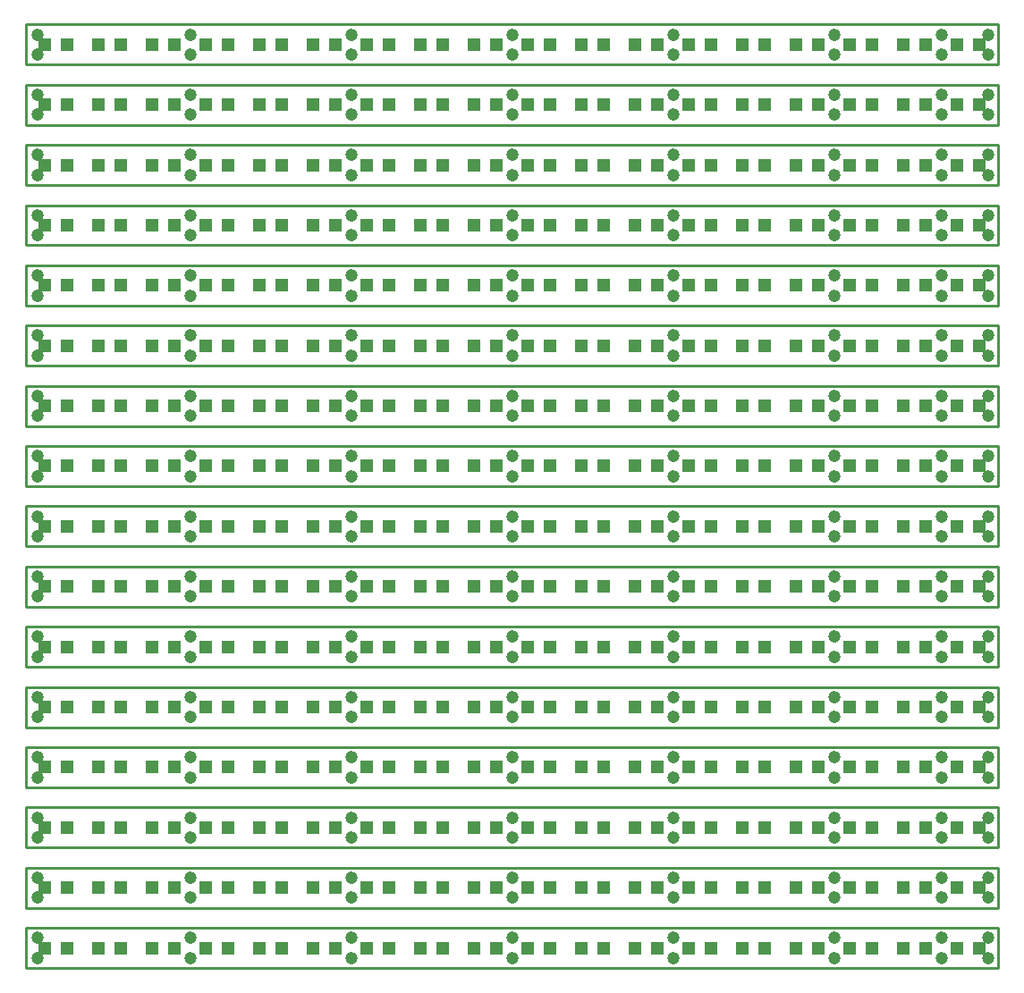
<source format=gts>
G75*
G70*
%OFA0B0*%
%FSLAX25Y25*%
%IPPOS*%
%LPD*%
%AMOC8*
5,1,8,0,0,1.08239X$1,22.5*
%
%ADD11C,0.01000*%
%ADD12C,0.04700*%
%ADD19R,0.05120X0.05120*%
X0010000Y0010000D02*
G75*
%LPD*%
D11*
X0010000Y0010000D02*
X0010000Y0024960D01*
X0372500Y0024960D01*
X0372500Y0010000D01*
X0010000Y0010000D01*
D19*
X0017120Y0017500D03*
X0025380Y0017500D03*
X0037120Y0017500D03*
X0045380Y0017500D03*
X0057120Y0017500D03*
X0065380Y0017500D03*
X0077120Y0017500D03*
X0085380Y0017500D03*
X0097120Y0017500D03*
X0105380Y0017500D03*
X0117120Y0017500D03*
X0125380Y0017500D03*
X0137120Y0017500D03*
X0145380Y0017500D03*
X0157120Y0017500D03*
X0165380Y0017500D03*
X0177120Y0017500D03*
X0185380Y0017500D03*
X0197120Y0017500D03*
X0205380Y0017500D03*
X0217120Y0017500D03*
X0225380Y0017500D03*
X0237120Y0017500D03*
X0245380Y0017500D03*
X0257120Y0017500D03*
X0265380Y0017500D03*
X0277120Y0017500D03*
X0285380Y0017500D03*
X0297120Y0017500D03*
X0305380Y0017500D03*
X0317120Y0017500D03*
X0325380Y0017500D03*
X0337120Y0017500D03*
X0345380Y0017500D03*
X0357120Y0017500D03*
X0365380Y0017500D03*
D12*
X0368750Y0013750D03*
X0351250Y0013750D03*
X0311250Y0013750D03*
X0251250Y0013750D03*
X0191250Y0013750D03*
X0131250Y0013750D03*
X0071250Y0013750D03*
X0014380Y0013750D03*
X0014380Y0021250D03*
X0071250Y0021250D03*
X0131250Y0021250D03*
X0191250Y0021250D03*
X0251250Y0021250D03*
X0311250Y0021250D03*
X0351250Y0021250D03*
X0368750Y0021250D03*
X0010000Y0032460D02*
G75*
%LPD*%
D11*
X0010000Y0032460D02*
X0010000Y0047420D01*
X0372500Y0047420D01*
X0372500Y0032460D01*
X0010000Y0032460D01*
D19*
X0017120Y0039960D03*
X0025380Y0039960D03*
X0037120Y0039960D03*
X0045380Y0039960D03*
X0057120Y0039960D03*
X0065380Y0039960D03*
X0077120Y0039960D03*
X0085380Y0039960D03*
X0097120Y0039960D03*
X0105380Y0039960D03*
X0117120Y0039960D03*
X0125380Y0039960D03*
X0137120Y0039960D03*
X0145380Y0039960D03*
X0157120Y0039960D03*
X0165380Y0039960D03*
X0177120Y0039960D03*
X0185380Y0039960D03*
X0197120Y0039960D03*
X0205380Y0039960D03*
X0217120Y0039960D03*
X0225380Y0039960D03*
X0237120Y0039960D03*
X0245380Y0039960D03*
X0257120Y0039960D03*
X0265380Y0039960D03*
X0277120Y0039960D03*
X0285380Y0039960D03*
X0297120Y0039960D03*
X0305380Y0039960D03*
X0317120Y0039960D03*
X0325380Y0039960D03*
X0337120Y0039960D03*
X0345380Y0039960D03*
X0357120Y0039960D03*
X0365380Y0039960D03*
D12*
X0368750Y0036210D03*
X0351250Y0036210D03*
X0311250Y0036210D03*
X0251250Y0036210D03*
X0191250Y0036210D03*
X0131250Y0036210D03*
X0071250Y0036210D03*
X0014380Y0036210D03*
X0014380Y0043710D03*
X0071250Y0043710D03*
X0131250Y0043710D03*
X0191250Y0043710D03*
X0251250Y0043710D03*
X0311250Y0043710D03*
X0351250Y0043710D03*
X0368750Y0043710D03*
X0010000Y0054920D02*
G75*
%LPD*%
D11*
X0010000Y0054920D02*
X0010000Y0069880D01*
X0372500Y0069880D01*
X0372500Y0054920D01*
X0010000Y0054920D01*
D19*
X0017120Y0062420D03*
X0025380Y0062420D03*
X0037120Y0062420D03*
X0045380Y0062420D03*
X0057120Y0062420D03*
X0065380Y0062420D03*
X0077120Y0062420D03*
X0085380Y0062420D03*
X0097120Y0062420D03*
X0105380Y0062420D03*
X0117120Y0062420D03*
X0125380Y0062420D03*
X0137120Y0062420D03*
X0145380Y0062420D03*
X0157120Y0062420D03*
X0165380Y0062420D03*
X0177120Y0062420D03*
X0185380Y0062420D03*
X0197120Y0062420D03*
X0205380Y0062420D03*
X0217120Y0062420D03*
X0225380Y0062420D03*
X0237120Y0062420D03*
X0245380Y0062420D03*
X0257120Y0062420D03*
X0265380Y0062420D03*
X0277120Y0062420D03*
X0285380Y0062420D03*
X0297120Y0062420D03*
X0305380Y0062420D03*
X0317120Y0062420D03*
X0325380Y0062420D03*
X0337120Y0062420D03*
X0345380Y0062420D03*
X0357120Y0062420D03*
X0365380Y0062420D03*
D12*
X0368750Y0058670D03*
X0351250Y0058670D03*
X0311250Y0058670D03*
X0251250Y0058670D03*
X0191250Y0058670D03*
X0131250Y0058670D03*
X0071250Y0058670D03*
X0014380Y0058670D03*
X0014380Y0066170D03*
X0071250Y0066170D03*
X0131250Y0066170D03*
X0191250Y0066170D03*
X0251250Y0066170D03*
X0311250Y0066170D03*
X0351250Y0066170D03*
X0368750Y0066170D03*
X0010000Y0077380D02*
G75*
%LPD*%
D11*
X0010000Y0077380D02*
X0010000Y0092340D01*
X0372500Y0092340D01*
X0372500Y0077380D01*
X0010000Y0077380D01*
D19*
X0017120Y0084880D03*
X0025380Y0084880D03*
X0037120Y0084880D03*
X0045380Y0084880D03*
X0057120Y0084880D03*
X0065380Y0084880D03*
X0077120Y0084880D03*
X0085380Y0084880D03*
X0097120Y0084880D03*
X0105380Y0084880D03*
X0117120Y0084880D03*
X0125380Y0084880D03*
X0137120Y0084880D03*
X0145380Y0084880D03*
X0157120Y0084880D03*
X0165380Y0084880D03*
X0177120Y0084880D03*
X0185380Y0084880D03*
X0197120Y0084880D03*
X0205380Y0084880D03*
X0217120Y0084880D03*
X0225380Y0084880D03*
X0237120Y0084880D03*
X0245380Y0084880D03*
X0257120Y0084880D03*
X0265380Y0084880D03*
X0277120Y0084880D03*
X0285380Y0084880D03*
X0297120Y0084880D03*
X0305380Y0084880D03*
X0317120Y0084880D03*
X0325380Y0084880D03*
X0337120Y0084880D03*
X0345380Y0084880D03*
X0357120Y0084880D03*
X0365380Y0084880D03*
D12*
X0368750Y0081130D03*
X0351250Y0081130D03*
X0311250Y0081130D03*
X0251250Y0081130D03*
X0191250Y0081130D03*
X0131250Y0081130D03*
X0071250Y0081130D03*
X0014380Y0081130D03*
X0014380Y0088630D03*
X0071250Y0088630D03*
X0131250Y0088630D03*
X0191250Y0088630D03*
X0251250Y0088630D03*
X0311250Y0088630D03*
X0351250Y0088630D03*
X0368750Y0088630D03*
X0010000Y0099840D02*
G75*
%LPD*%
D11*
X0010000Y0099840D02*
X0010000Y0114800D01*
X0372500Y0114800D01*
X0372500Y0099840D01*
X0010000Y0099840D01*
D19*
X0017120Y0107340D03*
X0025380Y0107340D03*
X0037120Y0107340D03*
X0045380Y0107340D03*
X0057120Y0107340D03*
X0065380Y0107340D03*
X0077120Y0107340D03*
X0085380Y0107340D03*
X0097120Y0107340D03*
X0105380Y0107340D03*
X0117120Y0107340D03*
X0125380Y0107340D03*
X0137120Y0107340D03*
X0145380Y0107340D03*
X0157120Y0107340D03*
X0165380Y0107340D03*
X0177120Y0107340D03*
X0185380Y0107340D03*
X0197120Y0107340D03*
X0205380Y0107340D03*
X0217120Y0107340D03*
X0225380Y0107340D03*
X0237120Y0107340D03*
X0245380Y0107340D03*
X0257120Y0107340D03*
X0265380Y0107340D03*
X0277120Y0107340D03*
X0285380Y0107340D03*
X0297120Y0107340D03*
X0305380Y0107340D03*
X0317120Y0107340D03*
X0325380Y0107340D03*
X0337120Y0107340D03*
X0345380Y0107340D03*
X0357120Y0107340D03*
X0365380Y0107340D03*
D12*
X0368750Y0103590D03*
X0351250Y0103590D03*
X0311250Y0103590D03*
X0251250Y0103590D03*
X0191250Y0103590D03*
X0131250Y0103590D03*
X0071250Y0103590D03*
X0014380Y0103590D03*
X0014380Y0111090D03*
X0071250Y0111090D03*
X0131250Y0111090D03*
X0191250Y0111090D03*
X0251250Y0111090D03*
X0311250Y0111090D03*
X0351250Y0111090D03*
X0368750Y0111090D03*
X0010000Y0122300D02*
G75*
%LPD*%
D11*
X0010000Y0122300D02*
X0010000Y0137260D01*
X0372500Y0137260D01*
X0372500Y0122300D01*
X0010000Y0122300D01*
D19*
X0017120Y0129800D03*
X0025380Y0129800D03*
X0037120Y0129800D03*
X0045380Y0129800D03*
X0057120Y0129800D03*
X0065380Y0129800D03*
X0077120Y0129800D03*
X0085380Y0129800D03*
X0097120Y0129800D03*
X0105380Y0129800D03*
X0117120Y0129800D03*
X0125380Y0129800D03*
X0137120Y0129800D03*
X0145380Y0129800D03*
X0157120Y0129800D03*
X0165380Y0129800D03*
X0177120Y0129800D03*
X0185380Y0129800D03*
X0197120Y0129800D03*
X0205380Y0129800D03*
X0217120Y0129800D03*
X0225380Y0129800D03*
X0237120Y0129800D03*
X0245380Y0129800D03*
X0257120Y0129800D03*
X0265380Y0129800D03*
X0277120Y0129800D03*
X0285380Y0129800D03*
X0297120Y0129800D03*
X0305380Y0129800D03*
X0317120Y0129800D03*
X0325380Y0129800D03*
X0337120Y0129800D03*
X0345380Y0129800D03*
X0357120Y0129800D03*
X0365380Y0129800D03*
D12*
X0368750Y0126050D03*
X0351250Y0126050D03*
X0311250Y0126050D03*
X0251250Y0126050D03*
X0191250Y0126050D03*
X0131250Y0126050D03*
X0071250Y0126050D03*
X0014380Y0126050D03*
X0014380Y0133550D03*
X0071250Y0133550D03*
X0131250Y0133550D03*
X0191250Y0133550D03*
X0251250Y0133550D03*
X0311250Y0133550D03*
X0351250Y0133550D03*
X0368750Y0133550D03*
X0010000Y0144760D02*
G75*
%LPD*%
D11*
X0010000Y0144760D02*
X0010000Y0159720D01*
X0372500Y0159720D01*
X0372500Y0144760D01*
X0010000Y0144760D01*
D19*
X0017120Y0152260D03*
X0025380Y0152260D03*
X0037120Y0152260D03*
X0045380Y0152260D03*
X0057120Y0152260D03*
X0065380Y0152260D03*
X0077120Y0152260D03*
X0085380Y0152260D03*
X0097120Y0152260D03*
X0105380Y0152260D03*
X0117120Y0152260D03*
X0125380Y0152260D03*
X0137120Y0152260D03*
X0145380Y0152260D03*
X0157120Y0152260D03*
X0165380Y0152260D03*
X0177120Y0152260D03*
X0185380Y0152260D03*
X0197120Y0152260D03*
X0205380Y0152260D03*
X0217120Y0152260D03*
X0225380Y0152260D03*
X0237120Y0152260D03*
X0245380Y0152260D03*
X0257120Y0152260D03*
X0265380Y0152260D03*
X0277120Y0152260D03*
X0285380Y0152260D03*
X0297120Y0152260D03*
X0305380Y0152260D03*
X0317120Y0152260D03*
X0325380Y0152260D03*
X0337120Y0152260D03*
X0345380Y0152260D03*
X0357120Y0152260D03*
X0365380Y0152260D03*
D12*
X0368750Y0148510D03*
X0351250Y0148510D03*
X0311250Y0148510D03*
X0251250Y0148510D03*
X0191250Y0148510D03*
X0131250Y0148510D03*
X0071250Y0148510D03*
X0014380Y0148510D03*
X0014380Y0156010D03*
X0071250Y0156010D03*
X0131250Y0156010D03*
X0191250Y0156010D03*
X0251250Y0156010D03*
X0311250Y0156010D03*
X0351250Y0156010D03*
X0368750Y0156010D03*
X0010000Y0167220D02*
G75*
%LPD*%
D11*
X0010000Y0167220D02*
X0010000Y0182180D01*
X0372500Y0182180D01*
X0372500Y0167220D01*
X0010000Y0167220D01*
D19*
X0017120Y0174720D03*
X0025380Y0174720D03*
X0037120Y0174720D03*
X0045380Y0174720D03*
X0057120Y0174720D03*
X0065380Y0174720D03*
X0077120Y0174720D03*
X0085380Y0174720D03*
X0097120Y0174720D03*
X0105380Y0174720D03*
X0117120Y0174720D03*
X0125380Y0174720D03*
X0137120Y0174720D03*
X0145380Y0174720D03*
X0157120Y0174720D03*
X0165380Y0174720D03*
X0177120Y0174720D03*
X0185380Y0174720D03*
X0197120Y0174720D03*
X0205380Y0174720D03*
X0217120Y0174720D03*
X0225380Y0174720D03*
X0237120Y0174720D03*
X0245380Y0174720D03*
X0257120Y0174720D03*
X0265380Y0174720D03*
X0277120Y0174720D03*
X0285380Y0174720D03*
X0297120Y0174720D03*
X0305380Y0174720D03*
X0317120Y0174720D03*
X0325380Y0174720D03*
X0337120Y0174720D03*
X0345380Y0174720D03*
X0357120Y0174720D03*
X0365380Y0174720D03*
D12*
X0368750Y0170970D03*
X0351250Y0170970D03*
X0311250Y0170970D03*
X0251250Y0170970D03*
X0191250Y0170970D03*
X0131250Y0170970D03*
X0071250Y0170970D03*
X0014380Y0170970D03*
X0014380Y0178470D03*
X0071250Y0178470D03*
X0131250Y0178470D03*
X0191250Y0178470D03*
X0251250Y0178470D03*
X0311250Y0178470D03*
X0351250Y0178470D03*
X0368750Y0178470D03*
X0010000Y0189680D02*
G75*
%LPD*%
D11*
X0010000Y0189680D02*
X0010000Y0204640D01*
X0372500Y0204640D01*
X0372500Y0189680D01*
X0010000Y0189680D01*
D19*
X0017120Y0197180D03*
X0025380Y0197180D03*
X0037120Y0197180D03*
X0045380Y0197180D03*
X0057120Y0197180D03*
X0065380Y0197180D03*
X0077120Y0197180D03*
X0085380Y0197180D03*
X0097120Y0197180D03*
X0105380Y0197180D03*
X0117120Y0197180D03*
X0125380Y0197180D03*
X0137120Y0197180D03*
X0145380Y0197180D03*
X0157120Y0197180D03*
X0165380Y0197180D03*
X0177120Y0197180D03*
X0185380Y0197180D03*
X0197120Y0197180D03*
X0205380Y0197180D03*
X0217120Y0197180D03*
X0225380Y0197180D03*
X0237120Y0197180D03*
X0245380Y0197180D03*
X0257120Y0197180D03*
X0265380Y0197180D03*
X0277120Y0197180D03*
X0285380Y0197180D03*
X0297120Y0197180D03*
X0305380Y0197180D03*
X0317120Y0197180D03*
X0325380Y0197180D03*
X0337120Y0197180D03*
X0345380Y0197180D03*
X0357120Y0197180D03*
X0365380Y0197180D03*
D12*
X0368750Y0193430D03*
X0351250Y0193430D03*
X0311250Y0193430D03*
X0251250Y0193430D03*
X0191250Y0193430D03*
X0131250Y0193430D03*
X0071250Y0193430D03*
X0014380Y0193430D03*
X0014380Y0200930D03*
X0071250Y0200930D03*
X0131250Y0200930D03*
X0191250Y0200930D03*
X0251250Y0200930D03*
X0311250Y0200930D03*
X0351250Y0200930D03*
X0368750Y0200930D03*
X0010000Y0212140D02*
G75*
%LPD*%
D11*
X0010000Y0212140D02*
X0010000Y0227100D01*
X0372500Y0227100D01*
X0372500Y0212140D01*
X0010000Y0212140D01*
D19*
X0017120Y0219640D03*
X0025380Y0219640D03*
X0037120Y0219640D03*
X0045380Y0219640D03*
X0057120Y0219640D03*
X0065380Y0219640D03*
X0077120Y0219640D03*
X0085380Y0219640D03*
X0097120Y0219640D03*
X0105380Y0219640D03*
X0117120Y0219640D03*
X0125380Y0219640D03*
X0137120Y0219640D03*
X0145380Y0219640D03*
X0157120Y0219640D03*
X0165380Y0219640D03*
X0177120Y0219640D03*
X0185380Y0219640D03*
X0197120Y0219640D03*
X0205380Y0219640D03*
X0217120Y0219640D03*
X0225380Y0219640D03*
X0237120Y0219640D03*
X0245380Y0219640D03*
X0257120Y0219640D03*
X0265380Y0219640D03*
X0277120Y0219640D03*
X0285380Y0219640D03*
X0297120Y0219640D03*
X0305380Y0219640D03*
X0317120Y0219640D03*
X0325380Y0219640D03*
X0337120Y0219640D03*
X0345380Y0219640D03*
X0357120Y0219640D03*
X0365380Y0219640D03*
D12*
X0368750Y0215890D03*
X0351250Y0215890D03*
X0311250Y0215890D03*
X0251250Y0215890D03*
X0191250Y0215890D03*
X0131250Y0215890D03*
X0071250Y0215890D03*
X0014380Y0215890D03*
X0014380Y0223390D03*
X0071250Y0223390D03*
X0131250Y0223390D03*
X0191250Y0223390D03*
X0251250Y0223390D03*
X0311250Y0223390D03*
X0351250Y0223390D03*
X0368750Y0223390D03*
X0010000Y0234600D02*
G75*
%LPD*%
D11*
X0010000Y0234600D02*
X0010000Y0249560D01*
X0372500Y0249560D01*
X0372500Y0234600D01*
X0010000Y0234600D01*
D19*
X0017120Y0242100D03*
X0025380Y0242100D03*
X0037120Y0242100D03*
X0045380Y0242100D03*
X0057120Y0242100D03*
X0065380Y0242100D03*
X0077120Y0242100D03*
X0085380Y0242100D03*
X0097120Y0242100D03*
X0105380Y0242100D03*
X0117120Y0242100D03*
X0125380Y0242100D03*
X0137120Y0242100D03*
X0145380Y0242100D03*
X0157120Y0242100D03*
X0165380Y0242100D03*
X0177120Y0242100D03*
X0185380Y0242100D03*
X0197120Y0242100D03*
X0205380Y0242100D03*
X0217120Y0242100D03*
X0225380Y0242100D03*
X0237120Y0242100D03*
X0245380Y0242100D03*
X0257120Y0242100D03*
X0265380Y0242100D03*
X0277120Y0242100D03*
X0285380Y0242100D03*
X0297120Y0242100D03*
X0305380Y0242100D03*
X0317120Y0242100D03*
X0325380Y0242100D03*
X0337120Y0242100D03*
X0345380Y0242100D03*
X0357120Y0242100D03*
X0365380Y0242100D03*
D12*
X0368750Y0238350D03*
X0351250Y0238350D03*
X0311250Y0238350D03*
X0251250Y0238350D03*
X0191250Y0238350D03*
X0131250Y0238350D03*
X0071250Y0238350D03*
X0014380Y0238350D03*
X0014380Y0245850D03*
X0071250Y0245850D03*
X0131250Y0245850D03*
X0191250Y0245850D03*
X0251250Y0245850D03*
X0311250Y0245850D03*
X0351250Y0245850D03*
X0368750Y0245850D03*
X0010000Y0257060D02*
G75*
%LPD*%
D11*
X0010000Y0257060D02*
X0010000Y0272020D01*
X0372500Y0272020D01*
X0372500Y0257060D01*
X0010000Y0257060D01*
D19*
X0017120Y0264560D03*
X0025380Y0264560D03*
X0037120Y0264560D03*
X0045380Y0264560D03*
X0057120Y0264560D03*
X0065380Y0264560D03*
X0077120Y0264560D03*
X0085380Y0264560D03*
X0097120Y0264560D03*
X0105380Y0264560D03*
X0117120Y0264560D03*
X0125380Y0264560D03*
X0137120Y0264560D03*
X0145380Y0264560D03*
X0157120Y0264560D03*
X0165380Y0264560D03*
X0177120Y0264560D03*
X0185380Y0264560D03*
X0197120Y0264560D03*
X0205380Y0264560D03*
X0217120Y0264560D03*
X0225380Y0264560D03*
X0237120Y0264560D03*
X0245380Y0264560D03*
X0257120Y0264560D03*
X0265380Y0264560D03*
X0277120Y0264560D03*
X0285380Y0264560D03*
X0297120Y0264560D03*
X0305380Y0264560D03*
X0317120Y0264560D03*
X0325380Y0264560D03*
X0337120Y0264560D03*
X0345380Y0264560D03*
X0357120Y0264560D03*
X0365380Y0264560D03*
D12*
X0368750Y0260810D03*
X0351250Y0260810D03*
X0311250Y0260810D03*
X0251250Y0260810D03*
X0191250Y0260810D03*
X0131250Y0260810D03*
X0071250Y0260810D03*
X0014380Y0260810D03*
X0014380Y0268310D03*
X0071250Y0268310D03*
X0131250Y0268310D03*
X0191250Y0268310D03*
X0251250Y0268310D03*
X0311250Y0268310D03*
X0351250Y0268310D03*
X0368750Y0268310D03*
X0010000Y0279520D02*
G75*
%LPD*%
D11*
X0010000Y0279520D02*
X0010000Y0294480D01*
X0372500Y0294480D01*
X0372500Y0279520D01*
X0010000Y0279520D01*
D19*
X0017120Y0287020D03*
X0025380Y0287020D03*
X0037120Y0287020D03*
X0045380Y0287020D03*
X0057120Y0287020D03*
X0065380Y0287020D03*
X0077120Y0287020D03*
X0085380Y0287020D03*
X0097120Y0287020D03*
X0105380Y0287020D03*
X0117120Y0287020D03*
X0125380Y0287020D03*
X0137120Y0287020D03*
X0145380Y0287020D03*
X0157120Y0287020D03*
X0165380Y0287020D03*
X0177120Y0287020D03*
X0185380Y0287020D03*
X0197120Y0287020D03*
X0205380Y0287020D03*
X0217120Y0287020D03*
X0225380Y0287020D03*
X0237120Y0287020D03*
X0245380Y0287020D03*
X0257120Y0287020D03*
X0265380Y0287020D03*
X0277120Y0287020D03*
X0285380Y0287020D03*
X0297120Y0287020D03*
X0305380Y0287020D03*
X0317120Y0287020D03*
X0325380Y0287020D03*
X0337120Y0287020D03*
X0345380Y0287020D03*
X0357120Y0287020D03*
X0365380Y0287020D03*
D12*
X0368750Y0283270D03*
X0351250Y0283270D03*
X0311250Y0283270D03*
X0251250Y0283270D03*
X0191250Y0283270D03*
X0131250Y0283270D03*
X0071250Y0283270D03*
X0014380Y0283270D03*
X0014380Y0290770D03*
X0071250Y0290770D03*
X0131250Y0290770D03*
X0191250Y0290770D03*
X0251250Y0290770D03*
X0311250Y0290770D03*
X0351250Y0290770D03*
X0368750Y0290770D03*
X0010000Y0301980D02*
G75*
%LPD*%
D11*
X0010000Y0301980D02*
X0010000Y0316940D01*
X0372500Y0316940D01*
X0372500Y0301980D01*
X0010000Y0301980D01*
D19*
X0017120Y0309480D03*
X0025380Y0309480D03*
X0037120Y0309480D03*
X0045380Y0309480D03*
X0057120Y0309480D03*
X0065380Y0309480D03*
X0077120Y0309480D03*
X0085380Y0309480D03*
X0097120Y0309480D03*
X0105380Y0309480D03*
X0117120Y0309480D03*
X0125380Y0309480D03*
X0137120Y0309480D03*
X0145380Y0309480D03*
X0157120Y0309480D03*
X0165380Y0309480D03*
X0177120Y0309480D03*
X0185380Y0309480D03*
X0197120Y0309480D03*
X0205380Y0309480D03*
X0217120Y0309480D03*
X0225380Y0309480D03*
X0237120Y0309480D03*
X0245380Y0309480D03*
X0257120Y0309480D03*
X0265380Y0309480D03*
X0277120Y0309480D03*
X0285380Y0309480D03*
X0297120Y0309480D03*
X0305380Y0309480D03*
X0317120Y0309480D03*
X0325380Y0309480D03*
X0337120Y0309480D03*
X0345380Y0309480D03*
X0357120Y0309480D03*
X0365380Y0309480D03*
D12*
X0368750Y0305730D03*
X0351250Y0305730D03*
X0311250Y0305730D03*
X0251250Y0305730D03*
X0191250Y0305730D03*
X0131250Y0305730D03*
X0071250Y0305730D03*
X0014380Y0305730D03*
X0014380Y0313230D03*
X0071250Y0313230D03*
X0131250Y0313230D03*
X0191250Y0313230D03*
X0251250Y0313230D03*
X0311250Y0313230D03*
X0351250Y0313230D03*
X0368750Y0313230D03*
X0010000Y0324440D02*
G75*
%LPD*%
D11*
X0010000Y0324440D02*
X0010000Y0339400D01*
X0372500Y0339400D01*
X0372500Y0324440D01*
X0010000Y0324440D01*
D19*
X0017120Y0331940D03*
X0025380Y0331940D03*
X0037120Y0331940D03*
X0045380Y0331940D03*
X0057120Y0331940D03*
X0065380Y0331940D03*
X0077120Y0331940D03*
X0085380Y0331940D03*
X0097120Y0331940D03*
X0105380Y0331940D03*
X0117120Y0331940D03*
X0125380Y0331940D03*
X0137120Y0331940D03*
X0145380Y0331940D03*
X0157120Y0331940D03*
X0165380Y0331940D03*
X0177120Y0331940D03*
X0185380Y0331940D03*
X0197120Y0331940D03*
X0205380Y0331940D03*
X0217120Y0331940D03*
X0225380Y0331940D03*
X0237120Y0331940D03*
X0245380Y0331940D03*
X0257120Y0331940D03*
X0265380Y0331940D03*
X0277120Y0331940D03*
X0285380Y0331940D03*
X0297120Y0331940D03*
X0305380Y0331940D03*
X0317120Y0331940D03*
X0325380Y0331940D03*
X0337120Y0331940D03*
X0345380Y0331940D03*
X0357120Y0331940D03*
X0365380Y0331940D03*
D12*
X0368750Y0328190D03*
X0351250Y0328190D03*
X0311250Y0328190D03*
X0251250Y0328190D03*
X0191250Y0328190D03*
X0131250Y0328190D03*
X0071250Y0328190D03*
X0014380Y0328190D03*
X0014380Y0335690D03*
X0071250Y0335690D03*
X0131250Y0335690D03*
X0191250Y0335690D03*
X0251250Y0335690D03*
X0311250Y0335690D03*
X0351250Y0335690D03*
X0368750Y0335690D03*
X0010000Y0346900D02*
G75*
%LPD*%
D11*
X0010000Y0346900D02*
X0010000Y0361860D01*
X0372500Y0361860D01*
X0372500Y0346900D01*
X0010000Y0346900D01*
D19*
X0017120Y0354400D03*
X0025380Y0354400D03*
X0037120Y0354400D03*
X0045380Y0354400D03*
X0057120Y0354400D03*
X0065380Y0354400D03*
X0077120Y0354400D03*
X0085380Y0354400D03*
X0097120Y0354400D03*
X0105380Y0354400D03*
X0117120Y0354400D03*
X0125380Y0354400D03*
X0137120Y0354400D03*
X0145380Y0354400D03*
X0157120Y0354400D03*
X0165380Y0354400D03*
X0177120Y0354400D03*
X0185380Y0354400D03*
X0197120Y0354400D03*
X0205380Y0354400D03*
X0217120Y0354400D03*
X0225380Y0354400D03*
X0237120Y0354400D03*
X0245380Y0354400D03*
X0257120Y0354400D03*
X0265380Y0354400D03*
X0277120Y0354400D03*
X0285380Y0354400D03*
X0297120Y0354400D03*
X0305380Y0354400D03*
X0317120Y0354400D03*
X0325380Y0354400D03*
X0337120Y0354400D03*
X0345380Y0354400D03*
X0357120Y0354400D03*
X0365380Y0354400D03*
D12*
X0368750Y0350650D03*
X0351250Y0350650D03*
X0311250Y0350650D03*
X0251250Y0350650D03*
X0191250Y0350650D03*
X0131250Y0350650D03*
X0071250Y0350650D03*
X0014380Y0350650D03*
X0014380Y0358150D03*
X0071250Y0358150D03*
X0131250Y0358150D03*
X0191250Y0358150D03*
X0251250Y0358150D03*
X0311250Y0358150D03*
X0351250Y0358150D03*
X0368750Y0358150D03*
M02*

</source>
